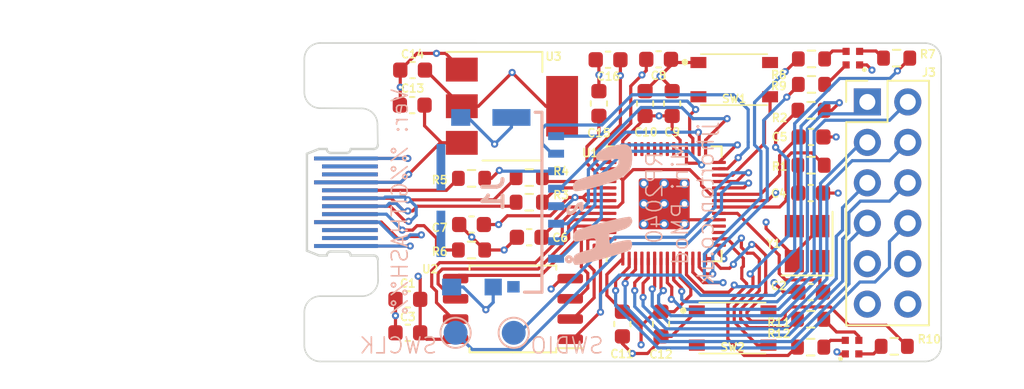
<source format=kicad_pcb>
(kicad_pcb (version 20211014) (generator pcbnew)
  (layers (0 "F.Cu" signal) (1 "In1.Cu" signal) (2 "In2.Cu" signal) (31 "B.Cu" signal) (34 "B.Paste" user) (35 "F.Paste" user) (36 "B.SilkS" user "B.Silkscreen") (37 "F.SilkS" user "F.Silkscreen") (38 "B.Mask" user) (39 "F.Mask" user) (44 "Edge.Cuts" user))
  (net 0 "")
  (net 1 "+3V3")
  (net 2 "GND")
  (net 3 "XIN")
  (net 4 "Net-(C4-Pad1)")
  (net 5 "+1V1")
  (net 6 "VBUS")
  (net 7 "Net-(D1-Pad2)")
  (net 8 "Net-(D2-Pad2)")
  (net 9 "GPIO_7")
  (net 10 "GPIO_6")
  (net 11 "GPIO_5")
  (net 12 "GPIO_4")
  (net 13 "GPIO_3")
  (net 14 "GPIO_2")
  (net 15 "GPIO_1")
  (net 16 "GPIO_0")
  (net 17 "Net-(J4-PadA5)")
  (net 18 "USB_DP")
  (net 19 "USB_DM")
  (net 21 "Net-(J4-PadB5)")
  (net 23 "SWCLK")
  (net 24 "SWDIO")
  (net 25 "XOUT")
  (net 26 "QSPI_SS")
  (net 27 "Net-(R2-Pad2)")
  (net 28 "Net-(R3-Pad2)")
  (net 29 "Net-(R4-Pad2)")
  (net 32 "Pico_Run")
  (net 33 "QSPI_SD1")
  (net 34 "QSPI_SD2")
  (net 35 "QSPI_SD0")
  (net 36 "QSPI_SCLK")
  (net 37 "QSPI_SD3")
  (net 44 "GPIO_21")
  (net 45 "GPIO_20")
  (net 46 "GPIO_19")
  (net 47 "GPIO_18")
  (net 48 "GPIO_17")
  (net 49 "GPIO_16")
  (net 52 "GPIO_13")
  (net 53 "GPIO_12")
  (net 54 "GPIO_11")
  (net 55 "GPIO_10")
  (net 56 "GPIO_9")
  (net 57 "GPIO_8")
  (net 58 "Net-(D1-Pad3)")
  (net 59 "Net-(D1-Pad4)")
  (net 60 "Net-(D2-Pad3)")
  (net 61 "Net-(D2-Pad4)")
  (footprint "Package_TO_SOT_SMD:SOT-223-3_TabPin2" (layer "F.Cu") (at 150.04 97.97)
    (fp_text reference "U3")
    (fp_text value "NCP1117-3.3_SOT223")
  )
  (footprint "jjh:PTS815SJK250SMTRLFS" (layer "F.Cu") (at 163.9 111.9)
    (fp_text reference "SW2")
    (fp_text value "PTS815 SJK 250 SMTR LFS" hide)
  )
  (footprint "RaspberryPi:RP2040-QFN-56" (layer "F.Cu") (at 159.6 104.1 90)
    (fp_text reference "U1")
    (fp_text value "RP2040")
  )
  (footprint "Capacitor_SMD:C_0603_1608Metric" (layer "F.Cu") (at 143.5 110.1 180)
    (fp_text reference "C1")
    (fp_text value "2u2")
  )
  (footprint "Capacitor_SMD:C_0603_1608Metric" (layer "F.Cu") (at 168.8 103.425)
    (fp_text reference "C4")
    (fp_text value "10p")
  )
  (footprint "Resistor_SMD:R_0603_1608Metric" (layer "F.Cu") (at 168.8 113.1)
    (fp_text reference "R12")
    (fp_text value "80")
  )
  (footprint "Capacitor_SMD:C_0603_1608Metric" (layer "F.Cu") (at 160.1 97.8 90)
    (fp_text reference "C9")
    (fp_text value "100n")
  )
  (footprint "jjh:SX-0402-RGB" (layer "F.Cu") (at 171.45 94.95 -90)
    (fp_text reference "D1" hide)
    (fp_text value "LED_ARGB")
  )
  (footprint "Capacitor_SMD:C_0603_1608Metric" (layer "F.Cu") (at 158.4 97.8 90)
    (fp_text reference "C10")
    (fp_text value "100n")
  )
  (footprint "jjh:PTS815SJK250SMTRLFS" (layer "F.Cu") (at 164 96.3)
    (fp_text reference "SW1")
    (fp_text value "PTS815 SJK 250 SMTR LFS" hide)
  )
  (footprint "Capacitor_SMD:C_0603_1608Metric" (layer "F.Cu") (at 156.075 95.05 180)
    (fp_text reference "C16")
    (fp_text value "1u")
  )
  (footprint "Capacitor_SMD:C_0603_1608Metric" (layer "F.Cu") (at 168.8 109.65 180)
    (fp_text reference "C2")
    (fp_text value "10p")
  )
  (footprint "Resistor_SMD:R_0603_1608Metric" (layer "F.Cu") (at 151.125 104)
    (fp_text reference "R3")
    (fp_text value "27")
  )
  (footprint "Resistor_SMD:R_0603_1608Metric" (layer "F.Cu") (at 174.05 113.05 180)
    (fp_text reference "R10")
    (fp_text value "160")
  )
  (footprint "Connector_PinHeader_2.54mm:PinHeader_2x06_P2.54mm_Vertical" (layer "F.Cu") (at 172.36 97.7)
    (fp_text reference "J3")
    (fp_text value "Conn_02x06_Odd_Even")
  )
  (footprint "Capacitor_SMD:C_0603_1608Metric" (layer "F.Cu") (at 143.8 95.7 180)
    (fp_text reference "C14")
    (fp_text value "10u")
  )
  (footprint "Resistor_SMD:R_0603_1608Metric" (layer "F.Cu") (at 168.85 95)
    (fp_text reference "R8")
    (fp_text value "80")
  )
  (footprint "MountingHole:MountingHole_2.2mm_M2" (layer "F.Cu") (at 139.5 96)
    (fp_text reference "REF**" hide)
    (fp_text value "MountingHole_2.2mm_M2" hide)
  )
  (footprint "Resistor_SMD:R_0603_1608Metric" (layer "F.Cu") (at 174.2 94.95 180)
    (fp_text reference "R7")
    (fp_text value "160")
  )
  (footprint "Capacitor_SMD:C_0603_1608Metric" (layer "F.Cu") (at 168.825 99.9)
    (fp_text reference "C5")
    (fp_text value "100n")
  )
  (footprint "jjh:SX-0402-RGB" (layer "F.Cu") (at 171.4 113.1 180)
    (fp_text reference "D2" hide)
    (fp_text value "LED_ARGB")
  )
  (footprint "Resistor_SMD:R_0603_1608Metric" (layer "F.Cu") (at 147.5 107)
    (fp_text reference "R6")
    (fp_text value "5.1k")
  )
  (footprint "Resistor_SMD:R_0603_1608Metric" (layer "F.Cu") (at 168.8 111.35)
    (fp_text reference "R11")
    (fp_text value "80")
  )
  (footprint "Crystal:Crystal_SMD_SeikoEpson_FA238-4Pin_3.2x2.5mm" (layer "F.Cu") (at 168.575 106.6 90)
    (fp_text reference "Y1")
    (fp_text value "12MHz")
  )
  (footprint "Capacitor_SMD:C_0603_1608Metric" (layer "F.Cu") (at 159.25 95.025)
    (fp_text reference "C8")
    (fp_text value "100n")
  )
  (footprint "Resistor_SMD:R_0603_1608Metric" (layer "F.Cu") (at 151.125 102.45)
    (fp_text reference "R4")
    (fp_text value "27")
  )
  (footprint "Capacitor_SMD:C_0603_1608Metric" (layer "F.Cu") (at 143.5 112.2 180)
    (fp_text reference "C3")
    (fp_text value "100n")
  )
  (footprint "Capacitor_SMD:C_0603_1608Metric" (layer "F.Cu") (at 151.125 106.2 180)
    (fp_text reference "C6")
    (fp_text value "100n")
  )
  (footprint "Capacitor_SMD:C_0603_1608Metric" (layer "F.Cu") (at 155.5 97.8 90)
    (fp_text reference "C15")
    (fp_text value "1u")
  )
  (footprint "Package_SO:SOIC-8_5.23x5.23mm_P1.27mm" (layer "F.Cu") (at 150.1 110.7 180)
    (fp_text reference "U2")
    (fp_text value "W25Q128JVS")
  )
  (footprint "Capacitor_SMD:C_0603_1608Metric" (layer "F.Cu") (at 143.775 97.9 180)
    (fp_text reference "C13")
    (fp_text value "10u")
  )
  (footprint "Resistor_SMD:R_0603_1608Metric" (layer "F.Cu") (at 168.85 96.6)
    (fp_text reference "R9")
    (fp_text value "80")
  )
  (footprint "Capacitor_SMD:C_0603_1608Metric" (layer "F.Cu") (at 147.5 105.4 180)
    (fp_text reference "C7")
    (fp_text value "100n")
  )
  (footprint "jjh:USB-C-PCB" (layer "F.Cu") (at 137.1625 104 90)
    (fp_text reference "J4" hide)
    (fp_text value "USB_C_Receptacle_USB2.0")
    (fp_line (start -3.045 0) (end 3.045 0) (layer "Edge.Cuts") (width 0.15))
    (fp_line (start 3.045 0) (end 3.345 0.75) (layer "Edge.Cuts") (width 0.15))
    (fp_line (start 3.095 1.5) (end 3.095 2.5) (layer "Edge.Cuts") (width 0.15))
    (fp_line (start -3.345 0.75) (end -3.345 1.25) (layer "Edge.Cuts") (width 0.15))
    (fp_line (start 3.345 2.75) (end 3.345 4.2) (layer "Edge.Cuts") (width 0.15))
    (fp_line (start -3.345 2.75) (end -3.345 4.2) (layer "Edge.Cuts") (width 0.15))
    (fp_line (start -3.045 0) (end -3.345 0.75) (layer "Edge.Cuts") (width 0.15))
    (fp_line (start 3.345 0.75) (end 3.345 1.25) (layer "Edge.Cuts") (width 0.15))
    (fp_line (start -3.095 1.5) (end -3.095 2.5) (layer "Edge.Cuts") (width 0.15))
    (fp_arc (start 3.345 2.75) (mid 3.168223 2.676777) (end 3.095 2.5) (layer "Edge.Cuts") (width 0.15))
    (fp_arc (start 3.095 1.5) (mid 3.168223 1.323223) (end 3.345 1.25) (layer "Edge.Cuts") (width 0.15))
    (fp_arc (start -3.095 2.5) (mid -3.168223 2.676777) (end -3.345 2.75) (layer "Edge.Cuts") (width 0.15))
    (fp_arc (start -3.345 1.25) (mid -3.168223 1.323223) (end -3.095 1.5) (layer "Edge.Cuts") (width 0.15))
    (fp_arc (start -3.345 4.2) (mid -3.418223 4.376777) (end -3.595 4.45) (layer "Edge.Cuts") (width 0.15))
    (fp_arc (start 3.595 4.45) (mid 3.418223 4.376777) (end 3.345 4.2) (layer "Edge.Cuts") (width 0.15))
  )
  (footprint "Resistor_SMD:R_0603_1608Metric" (layer "F.Cu") (at 147.5 102.5 180)
    (fp_text reference "R5")
    (fp_text value "5.1k")
  )
  (footprint "Capacitor_SMD:C_0603_1608Metric" (layer "F.Cu") (at 159.4 111.65 -90)
    (fp_text reference "C12")
    (fp_text value "100n")
  )
  (footprint "Resistor_SMD:R_0603_1608Metric" (layer "F.Cu") (at 168.825 101.675 180)
    (fp_text reference "R1")
    (fp_text value "1K")
  )
  (footprint "MountingHole:MountingHole_2.2mm_M2" (layer "F.Cu") (at 139.5 111.95)
    (fp_text reference "REF**" hide)
    (fp_text value "MountingHole_2.2mm_M2" hide)
  )
  (footprint "Capacitor_SMD:C_0603_1608Metric" (layer "F.Cu") (at 156.975 111.65 -90)
    (fp_text reference "C11")
    (fp_text value "100n")
  )
  (footprint "Resistor_SMD:R_0603_1608Metric" (layer "F.Cu") (at 168.825 98.225 180)
    (fp_text reference "R2")
    (fp_text value "1K")
  )
  (footprint "TestPoint:TestPoint_Pad_D1.5mm" (layer "B.Cu") (at 150.15 112.2 90)
    (fp_text reference "TP2" hide)
    (fp_text value "TestPoint")
  )
  (footprint "jjh:105162-0001" (layer "B.Cu") (at 145.471715 104 -90)
    (fp_text reference "J1")
    (fp_text value "Micro_SD_Card" hide)
  )
  (footprint "jjh:j2h_small" (layer "B.Cu") (at 155.9 104.15 -90)
    (fp_text reference "G***" hide)
    (fp_text value "LOGO" hide)
  )
  (footprint "TestPoint:TestPoint_Pad_D1.5mm" (layer "B.Cu") (at 146.5 112.2 90)
    (fp_text reference "TP1" hide)
    (fp_text value "TestPoint")
  )
  (gr_line (start 175.992893 94.007107) (end 138 94) (layer "Edge.Cuts") (width 0.1))
  (gr_arc (start 140.592893 98.107109) (mid 141.300004 98.4) (end 141.592893 99.107109) (layer "Edge.Cuts") (width 0.1))
  (gr_line (start 141.6125 100.405) (end 141.592893 99.107109) (layer "Edge.Cuts") (width 0.1))
  (gr_line (start 141.632107 108.9) (end 141.6125 107.595) (layer "Edge.Cuts") (width 0.1))
  (gr_line (start 176.999999 112.999999) (end 176.992893 95.007107) (layer "Edge.Cuts") (width 0.1))
  (gr_line (start 138 109.9) (end 140.632107 109.9) (layer "Edge.Cuts") (width 0.1))
  (gr_arc (start 138 114) (mid 137.292893 113.707107) (end 137 113) (layer "Edge.Cuts") (width 0.1))
  (gr_line (start 137 95) (end 137 97.092893) (layer "Edge.Cuts") (width 0.1))
  (gr_arc (start 141.632107 108.9) (mid 141.339217 109.60711) (end 140.632107 109.9) (layer "Edge.Cuts") (width 0.1))
  (gr_arc (start 137 110.9) (mid 137.292893 110.192893) (end 138 109.9) (layer "Edge.Cuts") (width 0.1))
  (gr_line (start 137 113) (end 137 110.9) (layer "Edge.Cuts") (width 0.1))
  (gr_arc (start 138 98.092893) (mid 137.292893 97.8) (end 137 97.092893) (layer "Edge.Cuts") (width 0.1))
  (gr_arc (start 175.992893 94.007107) (mid 176.7 94.3) (end 176.992893 95.007107) (layer "Edge.Cuts") (width 0.1))
  (gr_line (start 140.592893 98.107109) (end 138 98.092893) (layer "Edge.Cuts") (width 0.1))
  (gr_arc (start 176.999999 112.999999) (mid 176.707106 113.707106) (end 175.999999 113.999999) (layer "Edge.Cuts") (width 0.1))
  (gr_arc (start 137 95) (mid 137.292893 94.292893) (end 138 94) (layer "Edge.Cuts") (width 0.1))
  (gr_line (start 138 114) (end 175.999999 113.999999) (layer "Edge.Cuts") (width 0.1))
  (gr_text "Ver: %%GITHASH%%" (at 143 104 90) (layer "B.SilkS") (effects (font (size 1 1) (thickness 0.1)) (justify mirror)))
  (gr_text "RP2040 \nMini PMod\njjhorton.co.uk" (at 160.6 104.1 90) (layer "B.SilkS") (effects (font (size 1 1) (thickness 0.1)) (justify mirror)))
  (gr_text "SWDIO" (at 153.5 113) (layer "B.SilkS") (effects (font (size 1 1) (thickness 0.1)) (justify mirror)))
  (gr_text "SWCLK" (at 142.9 113) (layer "B.SilkS") (effects (font (size 1 1) (thickness 0.1)) (justify mirror)))
  (segment (start 155.034315 103.9) (end 156.1625 103.9) (width 0.2) (layer "F.Cu") (net 1))
  (segment (start 156.85 99.15) (end 155.25 100.75) (width 0.2) (layer "F.Cu") (net 1))
  (segment (start 166.1 103.9) (end 166.6 103.4) (width 0.2) (layer "F.Cu") (net 1))
  (segment (start 147.93 97.97) (end 146.89 97.97) (width 0.2) (layer "F.Cu") (net 1))
  (segment (start 146.5 112.605) (end 144.68 112.605) (width 0.2) (layer "F.Cu") (net 1))
  (segment (start 144.62 95.7) (end 146.89 97.97) (width 0.2) (layer "F.Cu") (net 1))
  (segment (start 156.9875 110.8875) (end 157.2625 110.8875) (width 0.2) (layer "F.Cu") (net 1))
  (segment (start 156 108.5375) (end 156 109.85) (width 0.2) (layer "F.Cu") (net 1))
  (segment (start 153.19 97.97) (end 152.17 97.97) (width 0.2) (layer "F.Cu") (net 1))
  (segment (start 144.275 108.775) (end 144.15 108.65) (width 0.2) (layer "F.Cu") (net 1))
  (segment (start 161.271231 109.397395) (end 160.6 108.726165) (width 0.2) (layer "F.Cu") (net 1))
  (segment (start 156.1625 100.3875) (end 156.1625 101.5) (width 0.2) (layer "F.Cu") (net 1))
  (segment (start 158.15 111.775) (end 158.15 112.95) (width 0.2) (layer "F.Cu") (net 1))
  (segment (start 150.05 95.85) (end 147.93 97.97) (width 0.2) (layer "F.Cu") (net 1))
  (segment (start 158.475 95.732538) (end 158.203769 96.003769) (width 0.2) (layer "F.Cu") (net 1))
  (segment (start 161.271231 109.828769) (end 161.271231 109.397395) (width 0.2) (layer "F.Cu") (net 1))
  (segment (start 154 103.7) (end 154.5 103.7) (width 0.2) (layer "F.Cu") (net 1))
  (segment (start 155.034315 103.9) (end 154.7 103.9) (width 0.2) (layer "F.Cu") (net 1))
  (segment (start 144.275 112.2) (end 144.275 110.1) (width 0.2) (layer "F.Cu") (net 1))
  (segment (start 157.2625 110.8875) (end 158.15 111.775) (width 0.2) (layer "F.Cu") (net 1))
  (segment (start 156.975 110.875) (end 156.9875 110.8875) (width 0.2) (layer "F.Cu") (net 1))
  (segment (start 157 107.5375) (end 156 108.5375) (width 0.2) (layer "F.Cu") (net 1))
  (segment (start 148.275 105.4) (end 149.2 105.4) (width 0.2) (layer "F.Cu") (net 1))
  (segment (start 160.225 110.875) (end 161.271231 109.828769) (width 0.2) (layer "F.Cu") (net 1))
  (segment (start 144.275 110.1) (end 144.275 108.775) (width 0.2) (layer "F.Cu") (net 1))
  (segment (start 154.7 103.5) (end 156.1625 103.5) (width 0.2) (layer "F.Cu") (net 1))
  (segment (start 160.6 100.1) (end 160.6 100.6625) (width 0.2) (layer "F.Cu") (net 1))
  (segment (start 163.0375 103.9) (end 166.1 103.9) (width 0.2) (layer "F.Cu") (net 1))
  (segment (start 159.4 110.525) (end 158.9625 110.9625) (width 0.2) (layer "F.Cu") (net 1))
  (segment (start 159.4 110.525) (end 159.6 110.725) (width 0.2) (layer "F.Cu") (net 1))
  (segment (start 157.5 99.05) (end 156.1625 100.3875) (width 0.2) (layer "F.Cu") (net 1))
  (segment (start 154.7 103.9) (end 154.5 103.7) (width 0.2) (layer "F.Cu") (net 1))
  (segment (start 157 100.130025) (end 157 100.6625) (width 0.2) (layer "F.Cu") (net 1))
  (segment (start 158.4 98.730025) (end 157 100.130025) (width 0.2) (layer "F.Cu") (net 1))
  (segment (start 159.4 110.875) (end 159.05 110.875) (width 0.2) (layer "F.Cu") (net 1))
  (segment (start 156.85 96.05) (end 156.85 99.15) (width 0.2) (layer "F.Cu") (net 1))
  (segment (start 160.1 98.575) (end 160.1 99.6) (width 0.2) (layer "F.Cu") (net 1))
  (segment (start 159.4 110.875) (end 160.225 110.875) (width 0.2) (layer "F.Cu") (net 1))
  (segment (start 160.6 108.726165) (end 160.6 107.5375) (width 0.2) (layer "F.Cu") (net 1))
  (segment (start 158.4 98.575) (end 158.4 98.730025) (width 0.2) (layer "F.Cu") (net 1))
  (segment (start 158.9625 110.9625) (end 158.15 111.775) (width 0.2) (layer "F.Cu") (net 1))
  (segment (start 160.1 98.575) (end 159.275 98.575) (width 0.2) (layer "F.Cu") (net 1))
  (segment (start 152.45 104.85) (end 153.6 103.7) (width 0.2) (layer "F.Cu") (net 1))
  (segment (start 149.2 105.4) (end 149.75 104.85) (width 0.2) (layer "F.Cu") (net 1))
  (segment (start 159.05 110.875) (end 158.9625 110.9625) (width 0.2) (layer "F.Cu") (net 1))
  (segment (start 155.65 101.9) (end 156.1625 101.9) (width 0.2) (layer "F.Cu") (net 1))
  (segment (start 156.975 110.825) (end 156.975 110.875) (width 0.2) (layer "F.Cu") (net 1))
  (segment (start 144.575 95.7) (end 144.62 95.7) (width 0.2) (layer "F.Cu") (net 1))
  (segment (start 156 109.85) (end 156.975 110.825) (width 0.2) (layer "F.Cu") (net 1))
  (segment (start 159.275 98.575) (end 158.4 98.575) (width 0.2) (layer "F.Cu") (net 1))
  (segment (start 149.75 104.85) (end 152.45 104.85) (width 0.2) (layer "F.Cu") (net 1))
  (segment (start 155.25 100.75) (end 155.25 101.5) (width 0.2) (layer "F.Cu") (net 1))
  (segment (start 156.85 95.05) (end 156.85 96.05) (width 0.2) (layer "F.Cu") (net 1))
  (segment (start 157.5 96.707538) (end 157.5 99.05) (width 0.2) (layer "F.Cu") (net 1))
  (segment (start 155.25 101.5) (end 155.65 101.9) (width 0.2) (layer "F.Cu") (net 1))
  (segment (start 153.6 103.7) (end 154 103.7) (width 0.2) (layer "F.Cu") (net 1))
  (segment (start 154.5 103.7) (end 154.7 103.5) (width 0.2) (layer "F.Cu") (net 1))
  (segment (start 152.17 97.97) (end 150.05 95.85) (width 0.2) (layer "F.Cu") (net 1))
  (segment (start 144.68 112.605) (end 144.275 112.2) (width 0.2) (layer "F.Cu") (net 1))
  (segment (start 158.475 95.025) (end 158.475 95.732538) (width 0.2) (layer "F.Cu") (net 1))
  (segment (start 160.1 99.6) (end 160.6 100.1) (width 0.2) (layer "F.Cu") (net 1))
  (segment (start 158.203769 96.003769) (end 157.5 96.707538) (width 0.2) (layer "F.Cu") (net 1))
  (via (at 154 103.7) (size 0.45) (drill 0.2) (layers "F.Cu" "B.Cu") (net 1))
  (via (at 144.15 108.65) (size 0.45) (drill 0.2) (layers "F.Cu" "B.Cu") (net 1))
  (via (at 149.2 105.4) (size 0.45) (drill 0.2) (layers "F.Cu" "B.Cu") (net 1))
  (via (at 156.85 96.05) (size 0.45) (drill 0.2) (layers "F.Cu" "B.Cu") (net 1))
  (via (at 158.203769 96.003769) (size 0.45) (drill 0.2) (layers "F.Cu" "B.Cu") (net 1))
  (via (at 159.275 98.575) (size 0.45) (drill 0.2) (layers "F.Cu" "B.Cu") (net 1))
  (via (at 166.6 103.4) (size 0.45) (drill 0.2) (layers "F.Cu" "B.Cu") (net 1))
  (via (at 158.15 112.95) (size 0.45) (drill 0.2) (layers "F.Cu" "B.Cu") (net 1))
  (via (at 150.05 95.85) (size 0.45) (drill 0.2) (layers "F.Cu" "B.Cu") (net 1))
  (segment (start 152.811715 104.25) (end 153.45 104.25) (width 0.2) (layer "B.Cu") (net 1))
  (segment (start 153.45 104.25) (end 154 103.7) (width 0.2) (layer "B.Cu") (net 1))
  (segment (start 149.55 107) (end 150.35 106.2) (width 0.2) (layer "F.Cu") (net 2))
  (segment (start 163.0375 105.1) (end 161.15 105.1) (width 0.2) (layer "F.Cu") (net 2))
  (segment (start 159.4 112.425) (end 160.05 112.425) (width 0.2) (layer "F.Cu") (net 2))
  (segment (start 139.6125 106.75) (end 143.65 106.75) (width 0.2) (layer "F.Cu") (net 2))
  (segment (start 158.55 113.5) (end 157.6 113.5) (width 0.2) (layer "F.Cu") (net 2))
  (segment (start 169.375 105.5) (end 169.375 103.625) (width 0.2) (layer "F.Cu") (net 2))
  (segment (start 167.775 107.225) (end 169.375 105.625) (width 0.2) (layer "F.Cu") (net 2))
  (segment (start 143.025 96.775) (end 143.025 97.875) (width 0.2) (layer "F.Cu") (net 2))
  (segment (start 143.025 95.7) (end 143.025 96.775) (width 0.2) (layer "F.Cu") (net 2))
  (segment (start 159.4 112.65) (end 158.55 113.5) (width 0.2) (layer "F.Cu") (net 2))
  (segment (start 156.975 112.875) (end 156.975 112.1) (width 0.2) (layer "F.Cu") (net 2))
  (segment (start 153.7 108.795) (end 153.155 108.795) (width 0.2) (layer "F.Cu") (net 2))
  (segment (start 171.875 95.375) (end 172.325 95.375) (width 0.2) (layer "F.Cu") (net 2))
  (segment (start 156.975 112.425) (end 156.975 112.875) (width 0.2) (layer "F.Cu") (net 2))
  (segment (start 146.725 105.4) (end 147.5125 106.1875) (width 0.2) (layer "F.Cu") (net 2))
  (segment (start 161.75 95.225) (end 160.225 95.225) (width 0.2) (layer "F.Cu") (net 2))
  (segment (start 170.575 113.525) (end 170.45 113.4) (width 0.2) (layer "F.Cu") (net 2))
  (segment (start 155.5 96) (end 155.5 95.25) (width 0.2) (layer "F.Cu") (net 2))
  (segment (start 153.155 108.795) (end 152.5 109.45) (width 0.2) (layer "F.Cu") (net 2))
  (segment (start 159.3375 96.0875) (end 160.025 95.4) (width 0.2) (layer "F.Cu") (net 2))
  (segment (start 158.4 97.025) (end 159.3375 96.0875) (width 0.2) (layer "F.Cu") (net 2))
  (segment (start 160.1 96.85) (end 159.3375 96.0875) (width 0.2) (layer "F.Cu") (net 2))
  (segment (start 142.725 110.1) (end 142.725 111.125) (width 0.2) (layer "F.Cu") (net 2))
  (segment (start 161.15 105.1) (end 160.875 105.375) (width 0.2) (layer "F.Cu") (net 2))
  (segment (start 145.87 94.65) (end 146.89 95.67) (width 0.2) (layer "F.Cu") (net 2))
  (segment (start 170.975 113.525) (end 170.575 113.525) (width 0.2) (layer "F.Cu") (net 2))
  (segment (start 155.5 95.25) (end 155.3 95.05) (width 0.2) (layer "F.Cu") (net 2))
  (segment (start 161.7 110.775) (end 160.4 112.075) (width 0.2) (layer "F.Cu") (net 2))
  (segment (start 155.5 97.025) (end 155.5 96) (width 0.2) (layer "F.Cu") (net 2))
  (segment (start 144.075 94.65) (end 145.3 94.65) (width 0.2) (layer "F.Cu") (net 2))
  (segment (start 167.775 107.7) (end 167.775 107.225) (width 0.2) (layer "F.Cu") (net 2))
  (segment (start 172.325 95.375) (end 172.65 95.7) (width 0.2) (layer "F.Cu") (net 2))
  (segment (start 145.3 94.65) (end 145.87 94.65) (width 0.2) (layer "F.Cu") (net 2))
  (segment (start 169.375 105.625) (end 169.375 105.5) (width 0.2) (layer "F.Cu") (net 2))
  (segment (start 142.725 111.125) (end 142.725 112.2) (width 0.2) (layer "F.Cu") (net 2))
  (segment (start 169.375 103.625) (end 169.575 103.425) (width 0.2) (layer "F.Cu") (net 2))
  (segment (start 166 105.65) (end 166 105.25) (width 0.2) (layer "F.Cu") (net 2))
  (segment (start 148.325 102.5) (end 148.75 102.5) (width 0.2) (layer "F.Cu") (net 2))
  (segment (start 159.4 112.425) (end 159.4 112.65) (width 0.2) (layer "F.Cu") (net 2))
  (segment (start 139.6125 101.25) (end 143.5 101.25) (width 0.2) (layer "F.Cu") (net 2))
  (segment (start 148.325 107) (end 149.55 107) (width 0.2) (layer "F.Cu") (net 2))
  (segment (start 147.5125 106.1875) (end 148.325 107) (width 0.2) (layer "F.Cu") (net 2))
  (segment (start 160.1 97.025) (end 160.1 96.85) (width 0.2) (layer "F.Cu") (net 2))
  (segment (start 143.025 95.7) (end 144.075 94.65) (width 0.2) (layer "F.Cu") (net 2))
  (segment (start 160.225 95.225) (end 160.025 95.025) (width 0.2) (layer "F.Cu") (net 2))
  (segment (start 169.6 99.9) (end 170.4 99.9) (width 0.2) (layer "F.Cu") (net 2))
  (segment (start 169.575 103.425) (end 170.525 103.425) (width 0.2) (layer "F.Cu") (net 2))
  (segment (start 160.05 112.425) (end 160.4 112.075) (width 0.2) (layer "F.Cu") (net 2))
  (segment (start 167.775 107.7) (end 167.775 107.425) (width 0.2) (layer "F.Cu") (net 2))
  (segment (start 157.6 113.5) (end 156.975 112.875) (width 0.2) (layer "F.Cu") (net 2))
  (segment (start 167.1 109.65) (end 166.6 109.15) (width 0.2) (layer "F.Cu") (net 2))
  (segment (start 168.025 109.65) (end 167.1 109.65) (width 0.2) (layer "F.Cu") (net 2))
  (segment (start 160.025 95.4) (end 160.025 95.025) (width 0.2) (layer "F.Cu") (net 2))
  (segment (start 143.025 97.875) (end 143 97.9) (width 0.2) (layer "F.Cu") (net 2))
  (segment (start 167.775 107.425) (end 166 105.65) (width 0.2) (layer "F.Cu") (net 2))
  (segment (start 148.75 102.5) (end 149.25 102) (width 0.2) (layer "F.Cu") (net 2))
  (via (at 143.65 106.75) (size 0.45) (drill 0.2) (layers "F.Cu" "B.Cu") (net 2))
  (via (at 148.95 100.35) (size 0.45) (drill 0.2) (layers "F.Cu" "B.Cu") (net 2))
  (via (at 159.3375 96.0875) (size 0.45) (drill 0.2) (layers "F.Cu" "B.Cu") (net 2))
  (via (at 170.4 99.9) (size 0.45) (drill 0.2) (layers "F.Cu" "B.Cu") (net 2))
  (via (at 147.5125 106.1875) (size 0.45) (drill 0.2) (layers "F.Cu" "B.Cu") (net 2))
  (via (at 172.65 95.7) (size 0.45) (drill 0.2) (layers "F.Cu" "B.Cu") (net 2))
  (via (at 152.5 109.45) (size 0.45) (drill 0.2) (layers "F.Cu" "B.Cu") (net 2))
  (via (at 143.025 96.775) (size 0.45) (drill 0.2) (layers "F.Cu" "B.Cu") (net 2))
  (via (at 143.5 101.25) (size 0.45) (drill 0.2) (layers "F.Cu" "B.Cu") (net 2))
  (via (at 148.4 110.75) (size 0.45) (drill 0.2) (layers "F.Cu" "B.Cu") (net 2))
  (via (at 145.3 94.65) (size 0.45) (drill 0.2) (layers "F.Cu" "B.Cu") (net 2))
  (via (at 166.5 109.05) (size 0.45) (drill 0.2) (layers "F.Cu" "B.Cu") (net 2))
  (via (at 157.6 113.5) (size 0.45) (drill 0.2) (layers "F.Cu" "B.Cu") (net 2))
  (via (at 149.55 107) (size 0.45) (drill 0.2) (layers "F.Cu" "B.Cu") (net 2))
  (via (at 149.25 102) (size 0.45) (drill 0.2) (layers "F.Cu" "B.Cu") (net 2))
  (via (at 170.45 113.4) (size 0.45) (drill 0.2) (layers "F.Cu" "B.Cu") (net 2))
  (via (at 170.525 103.425) (size 0.45) (drill 0.2) (layers "F.Cu" "B.Cu") (net 2))
  (via (at 155.5 96) (size 0.45) (drill 0.2) (layers "F.Cu" "B.Cu") (net 2))
  (via (at 166 105.25) (size 0.45) (drill 0.2) (layers "F.Cu" "B.Cu") (net 2))
  (via (at 142.725 111.125) (size 0.45) (drill 0.2) (layers "F.Cu" "B.Cu") (net 2))
  (segment (start 149.3 102.05) (end 149.25 102) (width 0.2) (layer "B.Cu") (net 2))
  (segment (start 143.5 101.25) (end 139.6125 101.25) (width 0.2) (layer "B.Cu") (net 2))
  (segment (start 147.275 98.675) (end 148.95 100.35) (width 0.2) (layer "B.Cu") (net 2))
  (segment (start 150.006715 99.293285) (end 150.006715 98.675) (width 0.2) (layer "B.Cu") (net 2))
  (segment (start 146.821715 98.675) (end 147.275 98.675) (width 0.2) (layer "B.Cu") (net 2))
  (segment (start 139.6125 106.75) (end 143.65 106.75) (width 0.2) (layer "B.Cu") (net 2))
  (segment (start 146.975 109.325) (end 148.4 110.75) (width 0.2) (layer "B.Cu") (net 2))
  (segment (start 146.251715 109.325) (end 146.975 109.325) (width 0.2) (layer "B.Cu") (net 2))
  (segment (start 152.811715 102.05) (end 149.3 102.05) (width 0.2) (layer "B.Cu") (net 2))
  (segment (start 148.4 110.75) (end 148.861715 110.288285) (width 0.2) (layer "B.Cu") (net 2))
  (segment (start 148.861715 110.288285) (end 148.861715 109.325) (width 0.2) (layer "B.Cu") (net 2))
  (segment (start 148.95 100.35) (end 150.006715 99.293285) (width 0.2) (layer "B.Cu") (net 2))
  (segment (start 166.825 108.475) (end 166.825 107.325) (width 0.2) (layer "F.Cu") (net 3))
  (segment (start 164.2 104.7) (end 163.0375 104.7) (width 0.2) (layer "F.Cu") (net 3))
  (segment (start 166.825 107.325) (end 164.2 104.7) (width 0.2) (layer "F.Cu") (net 3))
  (segment (start 169.375 108.925) (end 169.325 108.875) (width 0.2) (layer "F.Cu") (net 3))
  (segment (start 169.325 108.875) (end 167.225 108.875) (width 0.2) (layer "F.Cu") (net 3))
  (segment (start 169.375 109.45) (end 169.575 109.65) (width 0.2) (layer "F.Cu") (net 3))
  (segment (start 167.225 108.875) (end 166.825 108.475) (width 0.2) (layer "F.Cu") (net 3))
  (segment (start 169.375 107.7) (end 169.375 108.925) (width 0.2) (layer "F.Cu") (net 3))
  (segment (start 169.375 108.925) (end 169.375 109.45) (width 0.2) (layer "F.Cu") (net 3))
  (segment (start 167.775 103.675) (end 168.025 103.425) (width 0.2) (layer "F.Cu") (net 4))
  (segment (start 167.775 105.5) (end 167.775 103.675) (width 0.2) (layer "F.Cu") (net 4))
  (segment (start 168.025 101.7) (end 168 101.675) (width 0.2) (layer "F.Cu") (net 4))
  (segment (start 168.025 103.425) (end 168.025 101.7) (width 0.2) (layer "F.Cu") (net 4))
  (segment (start 151.9 106.2) (end 152.8 105.3) (width 0.2) (layer "F.Cu") (net 5))
  (segment (start 161.2 101.95) (end 161.95 102.7) (width 0.2) (layer "F.Cu") (net 5))
  (segment (start 161.95 102.7) (end 161.95 102.944975) (width 0.2) (layer "F.Cu") (net 5))
  (segment (start 168.027208 99.9) (end 168.05 99.9) (width 0.2) (layer "F.Cu") (net 5))
  (segment (start 163.0375 103.5) (end 165.65 103.5) (width 0.2) (layer "F.Cu") (net 5))
  (segment (start 156.1625 102.3) (end 156.694975 102.3) (width 0.2) (layer "F.Cu") (net 5))
  (segment (start 156.694975 104.3) (end 156.1625 104.3) (width 0.2) (layer "F.Cu") (net 5))
  (segment (start 156.694975 102.3) (end 157 102.605025) (width 0.2) (layer "F.Cu") (net 5))
  (segment (start 157 102.605025) (end 157 104) (width 0.2) (layer "F.Cu") (net 5))
  (segment (start 153.565686 104.3) (end 152.8 105.065686) (width 0.2) (layer "F.Cu") (net 5))
  (segment (start 155.484314 102.3) (end 154.75 101.565686) (width 0.2) (layer "F.Cu") (net 5))
  (segment (start 156.1625 102.3) (end 155.484314 102.3) (width 0.2) (layer "F.Cu") (net 5))
  (segment (start 157 104) (end 156.994975 104) (width 0.2) (layer "F.Cu") (net 5))
  (segment (start 161.2 101.95) (end 157.655025 101.95) (width 0.2) (layer "F.Cu") (net 5))
  (segment (start 156.1625 104.3) (end 153.565686 104.3) (width 0.2) (layer "F.Cu") (net 5))
  (segment (start 154.75 101.565686) (end 154.75 100.5) (width 0.2) (layer "F.Cu") (net 5))
  (segment (start 166.85 102.3) (end 166.85 101.077208) (width 0.2) (layer "F.Cu") (net 5))
  (segment (start 156.994975 104) (end 156.694975 104.3) (width 0.2) (layer "F.Cu") (net 5))
  (segment (start 162.505025 103.5) (end 161.95 102.944975) (width 0.2) (layer "F.Cu") (net 5))
  (segment (start 152.8 105.3) (end 152.8 105.065686) (width 0.2) (layer "F.Cu") (net 5))
  (segment (start 166.85 101.077208) (end 168.027208 99.9) (width 0.2) (layer "F.Cu") (net 5))
  (segment (start 155.5 99.75) (end 155.5 98.575) (width 0.2) (layer "F.Cu") (net 5))
  (segment (start 154.75 100.5) (end 155.5 99.75) (width 0.2) (layer "F.Cu") (net 5))
  (segment (start 163.0375 103.5) (end 162.505025 103.5) (width 0.2) (layer "F.Cu") (net 5))
  (segment (start 165.65 103.5) (end 166.85 102.3) (width 0.2) (layer "F.Cu") (net 5))
  (segment (start 157.655025 101.95) (end 157 102.605025) (width 0.2) (layer "F.Cu") (net 5))
  (segment (start 139.6125 102.75) (end 143.05 102.75) (width 0.2) (layer "F.Cu") (net 6))
  (segment (start 143.492463 106.15) (end 144.25 106.15) (width 0.2) (layer "F.Cu") (net 6))
  (segment (start 143.55 102.25) (end 145.53 100.27) (width 0.2) (layer "F.Cu") (net 6))
  (segment (start 143.342463 106.3) (end 143.492463 106.15) (width 0.2) (layer "F.Cu") (net 6))
  (segment (start 142.8875 106.3) (end 143.342463 106.3) (width 0.2) (layer "F.Cu") (net 6))
  (segment (start 146.89 100.27) (end 145.62 100.27) (width 0.2) (layer "F.Cu") (net 6))
  (segment (start 139.6125 105.25) (end 141.8375 105.25) (width 0.2) (layer "F.Cu") (net 6))
  (segment (start 145.62 100.27) (end 144.55 99.2) (width 0.2) (layer "F.Cu") (net 6))
  (segment (start 144.55 99.2) (end 144.55 97.9) (width 0.2) (layer "F.Cu") (net 6))
  (segment (start 145.53 100.27) (end 146.89 100.27) (width 0.2) (layer "F.Cu") (net 6))
  (segment (start 144.25 106.15) (end 144.35 106.05) (width 0.2) (layer "F.Cu") (net 6))
  (segment (start 143.05 102.75) (end 143.55 102.25) (width 0.2) (layer "F.Cu") (net 6))
  (segment (start 141.8375 105.25) (end 142.8875 106.3) (width 0.2) (layer "F.Cu") (net 6))
  (via (at 143.55 102.25) (size 0.45) (drill 0.2) (layers "F.Cu" "B.Cu") (net 6))
  (via (at 144.35 106.05) (size 0.45) (drill 0.2) (layers "F.Cu" "B.Cu") (net 6))
  (segment (start 143.65 106.05) (end 144.35 106.05) (width 0.2) (layer "B.Cu") (net 6))
  (segment (start 141.7 105.25) (end 142.725 106.275) (width 0.2) (layer "B.Cu") (net 6))
  (segment (start 139.6125 105.25) (end 141.7 105.25) (width 0.2) (layer "B.Cu") (net 6))
  (segment (start 139.6125 102.75) (end 143.05 102.75) (width 0.2) (layer "B.Cu") (net 6))
  (segment (start 143.425 106.275) (end 143.65 106.05) (width 0.2) (layer "B.Cu") (net 6))
  (segment (start 143.05 102.75) (end 143.55 102.25) (width 0.2) (layer "B.Cu") (net 6))
  (segment (start 142.725 106.275) (end 143.425 106.275) (width 0.2) (layer "B.Cu") (net 6))
  (segment (start 169.675 96.6) (end 169.8 96.6) (width 0.2) (layer "F.Cu") (net 7))
  (segment (start 169.8 96.6) (end 171.025 95.375) (width 0.2) (layer "F.Cu") (net 7))
  (segment (start 170.975 112.675) (end 170.05 112.675) (width 0.2) (layer "F.Cu") (net 8))
  (segment (start 170.05 112.675) (end 169.625 113.1) (width 0.2) (layer "F.Cu") (net 8))
  (segment (start 160.7 109.6) (end 160.7 109.39185) (width 0.2) (layer "F.Cu") (net 9))
  (segment (start 160.2 108.7) (end 160.2 108.791851) (width 0.2) (layer "F.Cu") (net 9))
  (segment (start 160.2 108.891851) (end 160.329075 109.020925) (width 0.2) (layer "F.Cu") (net 9))
  (segment (start 160.7 109.39185) (end 160.329075 109.020925) (width 0.2) (layer "F.Cu") (net 9))
  (segment (start 160.2 107.5375) (end 160.2 108.7) (width 0.2) (layer "F.Cu") (net 9))
  (segment (start 160.329075 109.020925) (end 160.254075 108.945925) (width 0.2) (layer "F.Cu") (net 9))
  (segment (start 160.2 108.7) (end 160.2 108.891851) (width 0.2) (layer "F.Cu") (net 9))
  (via (at 160.7 109.6) (size 0.45) (drill 0.2) (layers "F.Cu" "B.Cu") (net 9))
  (segment (start 166.690198 110.25) (end 168.595099 108.345099) (width 0.2) (layer "B.Cu") (net 9))
  (segment (start 169.534314 98.45) (end 171.61 98.45) (width 0.2) (layer "B.Cu") (net 9))
  (segment (start 160.7 110.1) (end 160.85 110.25) (width 0.2) (layer "B.Cu") (net 9))
  (segment (start 168.595099 99.389215) (end 169.534314 98.45) (width 0.2) (layer "B.Cu") (net 9))
  (segment (start 160.85 110.25) (end 166.690198 110.25) (width 0.2) (layer "B.Cu") (net 9))
  (segment (start 171.61 98.45) (end 172.36 97.7) (width 0.2) (layer "B.Cu") (net 9))
  (segment (start 168.595099 108.345099) (end 168.595099 99.389215) (width 0.2) (layer "B.Cu") (net 9))
  (segment (start 160.7 109.6) (end 160.7 110.1) (width 0.2) (layer "B.Cu") (net 9))
  (segment (start 160.075 109.875) (end 160.05 109.9) (width 0.2) (layer "F.Cu") (net 10))
  (segment (start 159.8 109.057537) (end 160.075 109.332536) (width 0.2) (layer "F.Cu") (net 10))
  (segment (start 160.05 109.9) (end 160.05 110.1) (width 0.2) (layer "F.Cu") (net 10))
  (segment (start 160.075 109.332536) (end 160.075 109.875) (width 0.2) (layer "F.Cu") (net 10))
  (segment (start 159.8 107.5375) (end 159.8 109.057537) (width 0.2) (layer "F.Cu") (net 10))
  (via (at 160.05 110.1) (size 0.45) (drill 0.2) (layers "F.Cu" "B.Cu") (net 10))
  (segment (start 173.75 98.85) (end 174.9 97.7) (width 0.2) (layer "B.Cu") (net 10))
  (segment (start 160.759314 110.725) (end 166.780884 110.725) (width 0.2) (layer "B.Cu") (net 10))
  (segment (start 169.018628 99.531372) (end 169.7 98.85) (width 0.2) (layer "B.Cu") (net 10))
  (segment (start 169.7 98.85) (end 173.75 98.85) (width 0.2) (layer "B.Cu") (net 10))
  (segment (start 160.05 110.1) (end 160.134314 110.1) (width 0.2) (layer "B.Cu") (net 10))
  (segment (start 166.780884 110.725) (end 169.018628 108.487256) (width 0.2) (layer "B.Cu") (net 10))
  (segment (start 169.018628 108.487256) (end 169.018628 99.531372) (width 0.2) (layer "B.Cu") (net 10))
  (segment (start 160.134314 110.1) (end 160.759314 110.725) (width 0.2) (layer "B.Cu") (net 10))
  (segment (start 159.55 109.55) (end 159.4 109.4) (width 0.2) (layer "F.Cu") (net 11))
  (segment (start 159.4 107.5375) (end 159.4 109.4) (width 0.2) (layer "F.Cu") (net 11))
  (via (at 159.55 109.55) (size 0.45) (drill 0.2) (layers "F.Cu" "B.Cu") (net 11))
  (segment (start 171.994314 100.24) (end 172.36 100.24) (width 0.2) (layer "B.Cu") (net 11))
  (segment (start 159.55 109.55) (end 159.25 109.85) (width 0.2) (layer "B.Cu") (net 11))
  (segment (start 166.94657 111.125) (end 169.418628 108.652942) (width 0.2) (layer "B.Cu") (net 11))
  (segment (start 169.418628 102.815686) (end 171.994314 100.24) (width 0.2) (layer "B.Cu") (net 11))
  (segment (start 160.016852 111.125) (end 166.94657 111.125) (width 0.2) (layer "B.Cu") (net 11))
  (segment (start 159.25 109.85) (end 159.25 110.358149) (width 0.2) (layer "B.Cu") (net 11))
  (segment (start 169.418628 108.652942) (end 169.418628 102.815686) (width 0.2) (layer "B.Cu") (net 11))
  (segment (start 159.25 110.358149) (end 160.016852 111.125) (width 0.2) (layer "B.Cu") (net 11))
  (segment (start 159 107.5375) (end 159 109.3) (width 0.2) (layer "F.Cu") (net 12))
  (segment (start 159 109.3) (end 158.85 109.45) (width 0.2) (layer "F.Cu") (net 12))
  (via (at 158.85 109.45) (size 0.45) (drill 0.2) (layers "F.Cu" "B.Cu") (net 12))
  (segment (start 158.85 109.45) (end 158.85 110.523833) (width 0.2) (layer "B.Cu") (net 12))
  (segment (start 171.41 101.39) (end 173.75 101.39) (width 0.2) (layer "B.Cu") (net 12))
  (segment (start 167.087256 111.55) (end 169.818628 108.818628) (width 0.2) (layer "B.Cu") (net 12))
  (segment (start 159.876167 111.55) (end 167.087256 111.55) (width 0.2) (layer "B.Cu") (net 12))
  (segment (start 158.85 110.523833) (end 159.876167 111.55) (width 0.2) (layer "B.Cu") (net 12))
  (segment (start 169.818628 102.981372) (end 171.41 101.39) (width 0.2) (layer "B.Cu") (net 12))
  (segment (start 169.818628 108.818628) (end 169.818628 102.981372) (width 0.2) (layer "B.Cu") (net 12))
  (segment (start 173.75 101.39) (end 174.9 100.24) (width 0.2) (layer "B.Cu") (net 12))
  (segment (start 158.6 107.5375) (end 158.6 108.625) (width 0.2) (layer "F.Cu") (net 13))
  (segment (start 158.6 108.765686) (end 158.357843 109.007843) (width 0.2) (layer "F.Cu") (net 13))
  (segment (start 158.275 109.090686) (end 158.275 109.975) (width 0.2) (layer "F.Cu") (net 13))
  (segment (start 158.357843 109.007843) (end 158.275 109.090686) (width 0.2) (layer "F.Cu") (net 13))
  (segment (start 158.6 108.625) (end 158.6 108.765686) (width 0.2) (layer "F.Cu") (net 13))
  (via (at 158.275 109.975) (size 0.45) (drill 0.2) (layers "F.Cu" "B.Cu") (net 13))
  (segment (start 170.41 106.138628) (end 170.799314 105.749314) (width 0.2) (layer "B.Cu") (net 13))
  (segment (start 158.275 109.975) (end 158.275 110.514519) (width 0.2) (layer "B.Cu") (net 13))
  (segment (start 170.41 108.792942) (end 170.41 106.138628) (width 0.2) (layer "B.Cu") (net 13))
  (segment (start 159.710481 111.95) (end 167.252942 111.95) (width 0.2) (layer "B.Cu") (net 13))
  (segment (start 170.799314 105.749314) (end 170.799314 104.340686) (width 0.2) (layer "B.Cu") (net 13))
  (segment (start 158.275 110.514519) (end 159.710481 111.95) (width 0.2) (layer "B.Cu") (net 13))
  (segment (start 167.252942 111.95) (end 170.41 108.792942) (width 0.2) (layer "B.Cu") (net 13))
  (segment (start 170.799314 104.340686) (end 172.36 102.78) (width 0.2) (layer "B.Cu") (net 13))
  (segment (start 158.2 108.6) (end 157.75 109.05) (width 0.2) (layer "F.Cu") (net 14))
  (segment (start 158.2 107.5375) (end 158.2 108.6) (width 0.2) (layer "F.Cu") (net 14))
  (segment (start 157.75 109.05) (end 157.75 109.55) (width 0.2) (layer "F.Cu") (net 14))
  (via (at 157.75 109.55) (size 0.45) (drill 0.2) (layers "F.Cu" "B.Cu") (net 14))
  (segment (start 171.92 103.93) (end 173.75 103.93) (width 0.2) (layer "B.Cu") (net 14))
  (segment (start 157.75 109.55) (end 157.75 110.555205) (width 0.2) (layer "B.Cu") (net 14))
  (segment (start 157.75 110.555205) (end 159.544795 112.35) (width 0.2) (layer "B.Cu") (net 14))
  (segment (start 170.81 106.304314) (end 171.2 105.914314) (width 0.2) (layer "B.Cu") (net 14))
  (segment (start 171.2 104.65) (end 171.92 103.93) (width 0.2) (layer "B.Cu") (net 14))
  (segment (start 167.418628 112.35) (end 170.81 108.958628) (width 0.2) (layer "B.Cu") (net 14))
  (segment (start 159.544795 112.35) (end 167.418628 112.35) (width 0.2) (layer "B.Cu") (net 14))
  (segment (start 171.2 105.914314) (end 171.2 104.65) (width 0.2) (layer "B.Cu") (net 14))
  (segment (start 173.75 103.93) (end 174.9 102.78) (width 0.2) (layer "B.Cu") (net 14))
  (segment (start 170.81 108.958628) (end 170.81 106.304314) (width 0.2) (layer "B.Cu") (net 14))
  (segment (start 157.15 108.885661) (end 157.15 109.1) (width 0.2) (layer "F.Cu") (net 15))
  (segment (start 157.8 107.5375) (end 157.8 108.235661) (width 0.2) (layer "F.Cu") (net 15))
  (segment (start 157.8 108.235661) (end 157.15 108.885661) (width 0.2) (layer "F.Cu") (net 15))
  (via (at 157.15 109.1) (size 0.45) (drill 0.2) (layers "F.Cu" "B.Cu") (net 15))
  (segment (start 159.379109 112.75) (end 157.15 110.520891) (width 0.2) (layer "B.Cu") (net 15))
  (segment (start 171.21 106.47) (end 171.21 109.124314) (width 0.2) (layer "B.Cu") (net 15))
  (segment (start 157.15 110.520891) (end 157.15 109.1) (width 0.2) (layer "B.Cu") (net 15))
  (segment (start 172.36 105.32) (end 171.21 106.47) (width 0.2) (layer "B.Cu") (net 15))
  (segment (start 171.21 109.124314) (end 167.584314 112.75) (width 0.2) (layer "B.Cu") (net 15))
  (segment (start 167.584314 112.75) (end 159.379109 112.75) (width 0.2) (layer "B.Cu") (net 15))
  (segment (start 156.55 108.919975) (end 157.4 108.069975) (width 0.2) (layer "F.Cu") (net 16))
  (segment (start 157.4 108.069975) (end 157.4 107.5375) (width 0.2) (layer "F.Cu") (net 16))
  (segment (start 156.55 109.55) (end 156.55 108.919975) (width 0.2) (layer "F.Cu") (net 16))
  (via (at 156.55 109.55) (size 0.45) (drill 0.2) (layers "F.Cu" "B.Cu") (net 16))
  (segment (start 173.75 108.1) (end 173.75 106.47) (width 0.2) (layer "B.Cu") (net 16))
  (segment (start 156.55 110.486576) (end 159.213424 113.15) (width 0.2) (layer "B.Cu") (net 16))
  (segment (start 171.89 109.01) (end 172.84 109.01) (width 0.2) (layer "B.Cu") (net 16))
  (segment (start 159.213424 113.15) (end 167.75 113.15) (width 0.2) (layer "B.Cu") (net 16))
  (segment (start 167.75 113.15) (end 171.89 109.01) (width 0.2) (layer "B.Cu") (net 16))
  (segment (start 173.75 106.47) (end 174.9 105.32) (width 0.2) (layer "B.Cu") (net 16))
  (segment (start 156.55 109.55) (end 156.55 110.486576) (width 0.2) (layer "B.Cu") (net 16))
  (segment (start 172.84 109.01) (end 173.75 108.1) (width 0.2) (layer "B.Cu") (net 16))
  (segment (start 145.925 103.25) (end 146.675 102.5) (width 0.2) (layer "F.Cu") (net 17))
  (segment (start 139.8625 103.25) (end 145.925 103.25) (width 0.2) (layer "F.Cu") (net 17))
  (segment (start 143.25 104.55) (end 143.5 104.55) (width 0.2) (layer "F.Cu") (net 18))
  (segment (start 143.5 104.55) (end 143.8 104.55) (width 0.2) (layer "F.Cu") (net 18))
  (segment (start 144.1 104.25) (end 150.05 104.25) (width 0.2) (layer "F.Cu") (net 18))
  (segment (start 142.45 103.75) (end 143.25 104.55) (width 0.2) (layer "F.Cu") (net 18))
  (segment (start 150.05 104.25) (end 150.3 104) (width 0.2) (layer "F.Cu") (net 18))
  (segment (start 143.8 104.55) (end 144.1 104.25) (width 0.2) (layer "F.Cu") (net 18))
  (segment (start 139.8625 103.75) (end 142.45 103.75) (width 0.2) (layer "F.Cu") (net 18))
  (via (at 143.5 104.55) (size 0.45) (drill 0.2) (layers "F.Cu" "B.Cu") (net 18))
  (segment (start 142.153768 104.253769) (end 142.149999 104.25) (width 0.2) (layer "B.Cu") (net 18))
  (segment (start 143.242463 104.55) (end 142.921231 104.228769) (width 0.2) (layer "B.Cu") (net 18))
  (segment (start 142.921231 104.228769) (end 142.767462 104.075) (width 0.2) (layer "B.Cu") (net 18))
  (segment (start 142.767463 104.075) (end 142.332537 104.075) (width 0.2) (layer "B.Cu") (net 18))
  (segment (start 142.921231 104.228769) (end 142.767463 104.075) (width 0.2) (layer "B.Cu") (net 18))
  (segment (start 142.149999 104.25) (end 139.8625 104.25) (width 0.2) (layer "B.Cu") (net 18))
  (segment (start 143.5 104.55) (end 143.242463 104.55) (width 0.2) (layer "B.Cu") (net 18))
  (segment (start 142.767462 104.075) (end 142.332537 104.075) (width 0.2) (layer "B.Cu") (net 18))
  (segment (start 142.332537 104.075) (end 142.153768 104.253769) (width 0.2) (layer "B.Cu") (net 18))
  (segment (start 143.334314 105.2) (end 142.384314 104.25) (width 0.2) (layer "F.Cu") (net 19))
  (segment (start 142.384314 104.25) (end 142.05 104.25) (width 0.2) (layer "F.Cu") (net 19))
  (segment (start 142.05 104.25) (end 139.8625 104.25) (width 0.2) (layer "F.Cu") (net 19))
  (segment (start 143.5 103.85) (end 148.9 103.85) (width 0.2) (layer "F.Cu") (net 19))
  (segment (start 143.55 105.2) (end 143.334314 105.2) (width 0.2) (layer "F.Cu") (net 19))
  (segment (start 148.9 103.85) (end 150.3 102.45) (width 0.2) (layer "F.Cu") (net 19))
  (segment (start 142.2 104.25) (end 142.05 104.25) (width 0.2) (layer "F.Cu") (net 19))
  (via (at 143.55 105.2) (size 0.45) (drill 0.2) (layers "F.Cu" "B.Cu") (net 19))
  (via (at 143.5 103.85) (size 0.45) (drill 0.2) (layers "F.Cu" "B.Cu") (net 19))
  (segment (start 142 103.75) (end 142.075 103.675) (width 0.2) (layer "B.Cu") (net 19))
  (segment (start 139.8625 103.75) (end 142 103.75) (width 0.2) (layer "B.Cu") (net 19))
  (segment (start 143.325 103.675) (end 143.5 103.85) (width 0.2) (layer "B.Cu") (net 19))
  (segment (start 142.075 103.675) (end 143.325 103.675) (width 0.2) (layer "B.Cu") (net 19))
  (segment (start 144.025 104.275) (end 143.6 103.85) (width 0.2) (layer "B.Cu") (net 19))
  (segment (start 143.65 105.2) (end 144.025 104.825) (width 0.2) (layer "B.Cu") (net 19))
  (segment (start 143.6 103.85) (end 143.5 103.85) (width 0.2) (layer "B.Cu") (net 19))
  (segment (start 144.025 104.825) (end 144.025 104.275) (width 0.2) (layer "B.Cu") (net 19))
  (segment (start 143.55 105.2) (end 143.65 105.2) (width 0.2) (layer "B.Cu") (net 19))
  (segment (start 144.078769 105.471231) (end 143.8 105.75) (width 0.2) (layer "F.Cu") (net 21))
  (segment (start 144.513694 105.471231) (end 144.078769 105.471231) (width 0.2) (layer "F.Cu") (net 21))
  (segment (start 145.3 107) (end 145.3 106.257537) (width 0.2) (layer "F.Cu") (net 21))
  (segment (start 145.3 106.257537) (end 144.513694 105.471231) (width 0.2) (layer "F.Cu") (net 21))
  (segment (start 146.675 107) (end 145.3 107) (width 0.2) (layer "F.Cu") (net 21))
  (segment (start 143.8 105.75) (end 143.15 105.75) (width 0.2) (layer "F.Cu") (net 21))
  (via (at 143.15 105.75) (size 0.45) (drill 0.2) (layers "F.Cu" "B.Cu") (net 21))
  (segment (start 143.15 105.75) (end 142.15 104.75) (width 0.2) (layer "B.Cu") (net 21))
  (segment (start 142.15 104.75) (end 139.8625 104.75) (width 0.2) (layer "B.Cu") (net 21))
  (segment (start 163.0375 103.1) (end 164.6 103.1) (width 0.2) (layer "F.Cu") (net 23))
  (segment (start 164.6 103.1) (end 164.9 102.8) (width 0.2) (layer "F.Cu") (net 23))
  (via (at 164.9 102.8) (size 0.45) (drill 0.2) (layers "F.Cu" "B.Cu") (net 23))
  (segment (start 157.234924 106.6) (end 161.065686 106.6) (width 0.2) (layer "B.Cu") (net 23))
  (segment (start 147.55 113.25) (end 150.584925 113.25) (width 0.2) (layer "B.Cu") (net 23))
  (segment (start 150.584925 113.25) (end 157.234924 106.6) (width 0.2) (layer "B.Cu") (net 23))
  (segment (start 146.5 112.2) (end 147.55 113.25) (width 0.2) (layer "B.Cu") (net 23))
  (segment (start 161.065686 106.6) (end 163.2 104.465686) (width 0.2) (layer "B.Cu") (net 23))
  (segment (start 163.815686 102.8) (end 164.9 102.8) (width 0.2) (layer "B.Cu") (net 23))
  (segment (start 163.2 103.415686) (end 163.815686 102.8) (width 0.2) (layer "B.Cu") (net 23))
  (segment (start 163.2 104.465686) (end 163.2 103.415686) (width 0.2) (layer "B.Cu") (net 23))
  (segment (start 163.0375 102.7) (end 164.15 102.7) (width 0.2) (layer "F.Cu") (net 24))
  (segment (start 164.7 102.15) (end 164.9 102.15) (width 0.2) (layer "F.Cu") (net 24))
  (segment (start 164.15 102.7) (end 164.7 102.15) (width 0.2) (layer "F.Cu") (net 24))
  (via (at 164.9 102.15) (size 0.45) (drill 0.2) (layers "F.Cu" "B.Cu") (net 24))
  (segment (start 156.492463 106.2) (end 160.9 106.2) (width 0.2) (layer "B.Cu") (net 24))
  (segment (start 162.8 103.25) (end 163.9 102.15) (width 0.2) (layer "B.Cu") (net 24))
  (segment (start 160.9 106.2) (end 162.8 104.3) (width 0.2) (layer "B.Cu") (net 24))
  (segment (start 150.492463 112.2) (end 156.492463 106.2) (width 0.2) (layer "B.Cu") (net 24))
  (segment (start 150.15 112.2) (end 150.492463 112.2) (width 0.2) (layer "B.Cu") (net 24))
  (segment (start 163.9 102.15) (end 164.9 102.15) (width 0.2) (layer "B.Cu") (net 24))
  (segment (start 162.8 104.3) (end 162.8 103.25) (width 0.2) (layer "B.Cu") (net 24))
  (segment (start 167.592893 100.9) (end 168.875 100.9) (width 0.2) (layer "F.Cu") (net 25))
  (segment (start 163.0375 104.3) (end 166.85 104.3) (width 0.2) (layer "F.Cu") (net 25))
  (segment (start 167.25 101.242893) (end 167.592893 100.9) (width 0.2) (layer "F.Cu") (net 25))
  (segment (start 168.875 100.9) (end 169.65 101.675) (width 0.2) (layer "F.Cu") (net 25))
  (segment (start 166.85 104.3) (end 167.25 103.9) (width 0.2) (layer "F.Cu") (net 25))
  (segment (start 167.25 103.9) (end 167.25 101.242893) (width 0.2) (layer "F.Cu") (net 25))
  (segment (start 169.65 98.225) (end 170.125 98.225) (width 0.2) (layer "F.Cu") (net 26))
  (segment (start 170.125 98.225) (end 170.6 97.75) (width 0.2) (layer "F.Cu") (net 26))
  (segment (start 155.6 107.5) (end 155.6 110.871396) (width 0.2) (layer "F.Cu") (net 26))
  (segment (start 156.1625 106.7) (end 155.2 106.7) (width 0.2) (layer "F.Cu") (net 26))
  (segment (start 155.6 110.871396) (end 153.866396 112.605) (width 0.2) (layer "F.Cu") (net 26))
  (segment (start 155.2 107.1) (end 155.6 107.5) (width 0.2) (layer "F.Cu") (net 26))
  (segment (start 155.2 106.7) (end 155.2 107.1) (width 0.2) (layer "F.Cu") (net 26))
  (segment (start 153.866396 112.605) (end 153.7 112.605) (width 0.2) (layer "F.Cu") (net 26))
  (via (at 170.6 97.75) (size 0.45) (drill 0.2) (layers "F.Cu" "B.Cu") (net 26))
  (via (at 155.6 110.9) (size 0.45) (drill 0.2) (layers "F.Cu" "B.Cu") (net 26))
  (segment (start 166.524512 109.85) (end 168.195099 108.179413) (width 0.2) (layer "B.Cu") (net 26))
  (segment (start 161.9 109.85) (end 166.524512 109.85) (width 0.2) (layer "B.Cu") (net 26))
  (segment (start 155.6 110.9) (end 155.6 109.757537) (width 0.2) (layer "B.Cu") (net 26))
  (segment (start 160.625 108.575) (end 161.9 109.85) (width 0.2) (layer "B.Cu") (net 26))
  (segment (start 168.195099 99.223529) (end 169.668628 97.75) (width 0.2) (layer "B.Cu") (net 26))
  (segment (start 155.6 109.757537) (end 156.782537 108.575) (width 0.2) (layer "B.Cu") (net 26))
  (segment (start 168.195099 108.179413) (end 168.195099 99.223529) (width 0.2) (layer "B.Cu") (net 26))
  (segment (start 169.668628 97.75) (end 170.6 97.75) (width 0.2) (layer "B.Cu") (net 26))
  (segment (start 156.782537 108.575) (end 160.625 108.575) (width 0.2) (layer "B.Cu") (net 26))
  (segment (start 166.15 112.975) (end 165.45 112.975) (width 0.2) (layer "F.Cu") (net 27))
  (segment (start 165.45 112.975) (end 164 111.525) (width 0.2) (layer "F.Cu") (net 27))
  (segment (start 166.6 99.625) (end 168 98.225) (width 0.2) (layer "F.Cu") (net 27))
  (segment (start 166.6 100.55) (end 166.6 99.625) (width 0.2) (layer "F.Cu") (net 27))
  (segment (start 165.175 109.393628) (end 165.175 108.675) (width 0.2) (layer "F.Cu") (net 27))
  (segment (start 164 110.568628) (end 165.175 109.393628) (width 0.2) (layer "F.Cu") (net 27))
  (segment (start 165.175 108.675) (end 165 108.5) (width 0.2) (layer "F.Cu") (net 27))
  (segment (start 164 111.525) (end 164 110.568628) (width 0.2) (layer "F.Cu") (net 27))
  (via (at 166.6 100.55) (size 0.45) (drill 0.2) (layers "F.Cu" "B.Cu") (net 27))
  (via (at 165 108.5) (size 0.45) (drill 0.2) (layers "F.Cu" "B.Cu") (net 27))
  (segment (start 167.395099 101.345099) (end 166.6 100.55) (width 0.2) (layer "B.Cu") (net 27))
  (segment (start 167.395099 106.104901) (end 167.395099 101.345099) (width 0.2) (layer "B.Cu") (net 27))
  (segment (start 165 108.5) (end 167.395099 106.104901) (width 0.2) (layer "B.Cu") (net 27))
  (segment (start 156.1625 103.1) (end 152.85 103.1) (width 0.2) (layer "F.Cu") (net 28))
  (segment (start 152.85 103.1) (end 151.95 104) (width 0.2) (layer "F.Cu") (net 28))
  (segment (start 156.1625 102.7) (end 152.2 102.7) (width 0.2) (layer "F.Cu") (net 29))
  (segment (start 152.2 102.7) (end 151.95 102.45) (width 0.2) (layer "F.Cu") (net 29))
  (segment (start 165.9 100.3) (end 165.9 98.8) (width 0.2) (layer "F.Cu") (net 32))
  (segment (start 165.9 98.8) (end 166.25 98.45) (width 0.2) (layer "F.Cu") (net 32))
  (segment (start 163.9 102.3) (end 165.9 100.3) (width 0.2) (layer "F.Cu") (net 32))
  (segment (start 166.25 98.45) (end 166.25 97.375) (width 0.2) (layer "F.Cu") (net 32))
  (segment (start 163.0375 102.3) (end 163.9 102.3) (width 0.2) (layer "F.Cu") (net 32))
  (segment (start 154.8 106.4) (end 154.8 107.892918) (width 0.2) (layer "F.Cu") (net 33))
  (segment (start 153.866396 111.335) (end 153.7 111.335) (width 0.2) (layer "F.Cu") (net 33))
  (segment (start 155.2 108.292918) (end 155.2 110.001396) (width 0.2) (layer "F.Cu") (net 33))
  (segment (start 154.9 106.3) (end 154.8 106.4) (width 0.2) (layer "F.Cu") (net 33))
  (segment (start 154.8 107.892918) (end 155.2 108.292918) (width 0.2) (layer "F.Cu") (net 33))
  (segment (start 155.2 110.001396) (end 153.866396 111.335) (width 0.2) (layer "F.Cu") (net 33))
  (segment (start 156.1625 106.3) (end 154.9 106.3) (width 0.2) (layer "F.Cu") (net 33))
  (segment (start 154.8 109.4) (end 154.135 110.065) (width 0.2) (layer "F.Cu") (net 34))
  (segment (start 154.4 105.9) (end 154.4 108.058604) (width 0.2) (layer "F.Cu") (net 34))
  (segment (start 154.135 110.065) (end 153.7 110.065) (width 0.2) (layer "F.Cu") (net 34))
  (segment (start 154.4 108.058604) (end 154.8 108.458604) (width 0.2) (layer "F.Cu") (net 34))
  (segment (start 156.1625 105.9) (end 154.4 105.9) (width 0.2) (layer "F.Cu") (net 34))
  (segment (start 154.8 108.458604) (end 154.8 109.4) (width 0.2) (layer "F.Cu") (net 34))
  (segment (start 146.5 108.795) (end 146.7 108.595) (width 0.2) (layer "F.Cu") (net 35))
  (segment (start 154.1 105.5) (end 154 105.6) (width 0.2) (layer "F.Cu") (net 35))
  (segment (start 146.7 108.595) (end 151.853834 108.595) (width 0.2) (layer "F.Cu") (net 35))
  (segment (start 154 105.6) (end 154 106.3) (width 0.2) (layer "F.Cu") (net 35))
  (segment (start 151.853834 108.595) (end 154 106.448834) (width 0.2) (layer "F.Cu") (net 35))
  (segment (start 156.1625 105.5) (end 154.1 105.5) (width 0.2) (layer "F.Cu") (net 35))
  (segment (start 154 106.448834) (end 154 106.3) (width 0.2) (layer "F.Cu") (net 35))
  (segment (start 145.4 108.458604) (end 145.663604 108.195) (width 0.2) (layer "F.Cu") (net 36))
  (segment (start 153.9 105.1) (end 153.6 105.4) (width 0.2) (layer "F.Cu") (net 36))
  (segment (start 145.663604 108.195) (end 151.688148 108.195) (width 0.2) (layer "F.Cu") (net 36))
  (segment (start 153.6 106.283148) (end 153.6 106.2) (width 0.2) (layer "F.Cu") (net 36))
  (segment (start 153.6 105.4) (end 153.6 106.2) (width 0.2) (layer "F.Cu") (net 36))
  (segment (start 146.5 110.065) (end 146.333604 110.065) (width 0.2) (layer "F.Cu") (net 36))
  (segment (start 146.333604 110.065) (end 145.4 109.131396) (width 0.2) (layer "F.Cu") (net 36))
  (segment (start 156.1625 105.1) (end 153.9 105.1) (width 0.2) (layer "F.Cu") (net 36))
  (segment (start 151.688148 108.195) (end 153.6 106.283148) (width 0.2) (layer "F.Cu") (net 36))
  (segment (start 145.4 109.131396) (end 145.4 108.458604) (width 0.2) (layer "F.Cu") (net 36))
  (segment (start 145.497919 107.795) (end 151.522462 107.795) (width 0.2) (layer "F.Cu") (net 37))
  (segment (start 153.2 106.117462) (end 153.2 106) (width 0.2) (layer "F.Cu") (net 37))
  (segment (start 145.3 109.597082) (end 145 109.297082) (width 0.2) (layer "F.Cu") (net 37))
  (segment (start 145 109.297082) (end 145 108.292918) (width 0.2) (layer "F.Cu") (net 37))
  (segment (start 153.731372 104.7) (end 153.2 105.231372) (width 0.2) (layer "F.Cu") (net 37))
  (segment (start 146.333604 111.335) (end 145.3 110.301396) (width 0.2) (layer "F.Cu") (net 37))
  (segment (start 153.2 105.231372) (end 153.2 106) (width 0.2) (layer "F.Cu") (net 37))
  (segment (start 146.5 111.335) (end 146.333604 111.335) (width 0.2) (layer "F.Cu") (net 37))
  (segment (start 145.3 110.301396) (end 145.3 109.597082) (width 0.2) (layer "F.Cu") (net 37))
  (segment (start 145 108.292918) (end 145.497919 107.795) (width 0.2) (layer "F.Cu") (net 37))
  (segment (start 151.522462 107.795) (end 153.2 106.117462) (width 0.2) (layer "F.Cu") (net 37))
  (segment (start 156.1625 104.7) (end 153.731372 104.7) (width 0.2) (layer "F.Cu") (net 37))
  (segment (start 161 101.55) (end 161 100.6625) (width 0.2) (layer "F.Cu") (net 44))
  (segment (start 161.95 101.65) (end 161.85 101.55) (width 0.2) (layer "F.Cu") (net 44))
  (segment (start 161.85 101.55) (end 161 101.55) (width 0.2) (layer "F.Cu") (net 44))
  (via (at 161.95 101.65) (size 0.45) (drill 0.2) (layers "F.Cu" "B.Cu") (net 44))
  (segment (start 157.108773 100.8) (end 161.1 100.8) (width 0.2) (layer "B.Cu") (net 44))
  (segment (start 152.811715 107.55) (end 153.061715 107.55) (width 0.2) (layer "B.Cu") (net 44))
  (segment (start 161.1 100.8) (end 161.95 101.65) (width 0.2) (layer "B.Cu") (net 44))
  (segment (start 155.65 104.961715) (end 155.65 102.258773) (width 0.2) (layer "B.Cu") (net 44))
  (segment (start 155.65 102.258773) (end 157.108773 100.8) (width 0.2) (layer "B.Cu") (net 44))
  (segment (start 153.061715 107.55) (end 155.65 104.961715) (width 0.2) (layer "B.Cu") (net 44))
  (segment (start 161.2 98.55) (end 161.575 98.175) (width 0.2) (layer "F.Cu") (net 45))
  (segment (start 161.4 100.6625) (end 161.4 99.992463) (width 0.2) (layer "F.Cu") (net 45))
  (segment (start 161.4 99.992463) (end 161.2 99.792463) (width 0.2) (layer "F.Cu") (net 45))
  (segment (start 161.2 99.792463) (end 161.2 98.55) (width 0.2) (layer "F.Cu") (net 45))
  (via (at 161.575 98.175) (size 0.45) (drill 0.2) (layers "F.Cu" "B.Cu") (net 45))
  (segment (start 152.811715 99.85) (end 155.55 99.85) (width 0.2) (layer "B.Cu") (net 45))
  (segment (start 161.05 97.65) (end 161.575 98.175) (width 0.2) (layer "B.Cu") (net 45))
  (segment (start 157.75 97.65) (end 161.05 97.65) (width 0.2) (layer "B.Cu") (net 45))
  (segment (start 155.55 99.85) (end 157.75 97.65) (width 0.2) (layer "B.Cu") (net 45))
  (segment (start 161.8 100.6625) (end 161.8 99.65) (width 0.2) (layer "F.Cu") (net 46))
  (segment (start 161.8 99.65) (end 161.75 99.6) (width 0.2) (layer "F.Cu") (net 46))
  (via (at 161.75 99.6) (size 0.45) (drill 0.2) (layers "F.Cu" "B.Cu") (net 46))
  (segment (start 152.811715 105.35) (end 153.511715 105.35) (width 0.2) (layer "B.Cu") (net 46))
  (segment (start 154.838701 104.023014) (end 154.838701 101.9387) (width 0.2) (layer "B.Cu") (net 46))
  (segment (start 154.838701 101.9387) (end 157.177401 99.6) (width 0.2) (layer "B.Cu") (net 46))
  (segment (start 153.511715 105.35) (end 154.838701 104.023014) (width 0.2) (layer "B.Cu") (net 46))
  (segment (start 157.177401 99.6) (end 161.75 99.6) (width 0.2) (layer "B.Cu") (net 46))
  (segment (start 162.2 100.6625) (end 162.2 100.1) (width 0.2) (layer "F.Cu") (net 47))
  (segment (start 162.2 100.1) (end 163.55 98.75) (width 0.2) (layer "F.Cu") (net 47))
  (via (at 163.55 98.75) (size 0.45) (drill 0.2) (layers "F.Cu" "B.Cu") (net 47))
  (segment (start 157.011715 99.188285) (end 157.55 98.65) (width 0.2) (layer "B.Cu") (net 47))
  (segment (start 157.011715 99.2) (end 157.011715 99.188285) (width 0.2) (layer "B.Cu") (net 47))
  (segment (start 160.707537 98.05) (end 161.407537 98.75) (width 0.2) (layer "B.Cu") (net 47))
  (segment (start 157.55 98.65) (end 158.15 98.05) (width 0.2) (layer "B.Cu") (net 47))
  (segment (start 161.407537 98.75) (end 163.55 98.75) (width 0.2) (layer "B.Cu") (net 47))
  (segment (start 153.061715 103.15) (end 157.011715 99.2) (width 0.2) (layer "B.Cu") (net 47))
  (segment (start 152.811715 103.15) (end 153.061715 103.15) (width 0.2) (layer "B.Cu") (net 47))
  (segment (start 158.15 98.05) (end 160.707537 98.05) (width 0.2) (layer "B.Cu") (net 47))
  (segment (start 164.1375 100.4) (end 163.0375 101.5) (width 0.2) (layer "F.Cu") (net 48))
  (segment (start 164.2 100.4) (end 164.1375 100.4) (width 0.2) (layer "F.Cu") (net 48))
  (via (at 164.2 100.4) (size 0.45) (drill 0.2) (layers "F.Cu" "B.Cu") (net 48))
  (segment (start 155.25 102.093087) (end 156.943087 100.4) (width 0.2) (layer "B.Cu") (net 48))
  (segment (start 156.943087 100.4) (end 164.2 100.4) (width 0.2) (layer "B.Cu") (net 48))
  (segment (start 152.811715 106.45) (end 152.977401 106.45) (width 0.2) (layer "B.Cu") (net 48))
  (segment (start 152.977401 106.45) (end 155.25 104.177401) (width 0.2) (layer "B.Cu") (net 48))
  (segment (start 155.25 104.177401) (end 155.25 102.093087) (width 0.2) (layer "B.Cu") (net 48))
  (segment (start 163.569975 101.9) (end 164.25 101.219975) (width 0.2) (layer "F.Cu") (net 49))
  (segment (start 163.0375 101.9) (end 163.569975 101.9) (width 0.2) (layer "F.Cu") (net 49))
  (via (at 164.25 101.2) (size 0.45) (drill 0.2) (layers "F.Cu" "B.Cu") (net 49))
  (segment (start 164.875 98.175) (end 164.875 100.225) (width 0.2) (layer "B.Cu") (net 49))
  (segment (start 152.811715 100.95) (end 152.561715 100.95) (width 0.2) (layer "B.Cu") (net 49))
  (segment (start 151.95 100.338285) (end 151.95 99.361715) (width 0.2) (layer "B.Cu") (net 49))
  (segment (start 152.561715 100.95) (end 151.95 100.338285) (width 0.2) (layer "B.Cu") (net 49))
  (segment (start 157.584315 97.25) (end 163.95 97.25) (width 0.2) (layer "B.Cu") (net 49))
  (segment (start 164.875 100.225) (end 164.875 100.575) (width 0.2) (layer "B.Cu") (net 49))
  (segment (start 155.684314 99.15) (end 157.584315 97.25) (width 0.2) (layer "B.Cu") (net 49))
  (segment (start 152.161715 99.15) (end 155.684314 99.15) (width 0.2) (layer "B.Cu") (net 49))
  (segment (start 163.95 97.25) (end 164.875 98.175) (width 0.2) (layer "B.Cu") (net 49))
  (segment (start 164.875 100.575) (end 164.25 101.2) (width 0.2) (layer "B.Cu") (net 49))
  (segment (start 151.95 99.361715) (end 152.161715 99.15) (width 0.2) (layer "B.Cu") (net 49))
  (segment (start 164.575 107.525) (end 164.575 108.025) (width 0.2) (layer "F.Cu") (net 52))
  (segment (start 164.567463 108.025) (end 164.475 108.117463) (width 0.2) (layer "F.Cu") (net 52))
  (segment (start 167.9 113.1) (end 167.975 113.1) (width 0.2) (layer "F.Cu") (net 52))
  (segment (start 164.475 108.117463) (end 164.475 108.8) (width 0.2) (layer "F.Cu") (net 52))
  (segment (start 163.6 110.402942) (end 163.6 112.6) (width 0.2) (layer "F.Cu") (net 52))
  (segment (start 163.919975 106.65) (end 163.919975 106.869975) (width 0.2) (layer "F.Cu") (net 52))
  (segment (start 163.919975 106.869975) (end 164.575 107.525) (width 0.2) (layer "F.Cu") (net 52))
  (segment (start 164.775 109.227942) (end 163.6 110.402942) (width 0.2) (layer "F.Cu") (net 52))
  (segment (start 163.6 112.6) (end 164.625 113.625) (width 0.2) (layer "F.Cu") (net 52))
  (segment (start 164.775 109.1) (end 164.775 109.227942) (width 0.2) (layer "F.Cu") (net 52))
  (segment (start 164.625 113.625) (end 167.375 113.625) (width 0.2) (layer "F.Cu") (net 52))
  (segment (start 164.475 108.8) (end 164.775 109.1) (width 0.2) (layer "F.Cu") (net 52))
  (segment (start 163.569975 106.3) (end 163.919975 106.65) (width 0.2) (layer "F.Cu") (net 52))
  (segment (start 163.0375 106.3) (end 163.569975 106.3) (width 0.2) (layer "F.Cu") (net 52))
  (segment (start 167.375 113.625) (end 167.9 113.1) (width 0.2) (layer "F.Cu") (net 52))
  (segment (start 164.575 108.025) (end 164.567463 108.025) (width 0.2) (layer "F.Cu") (net 52))
  (segment (start 165 110.134314) (end 165.575 109.559314) (width 0.2) (layer "F.Cu") (net 53))
  (segment (start 165 110.134314) (end 164.4 110.734314) (width 0.2) (layer "F.Cu") (net 53))
  (segment (start 167.45 111.875) (end 165.375 111.875) (width 0.2) (layer "F.Cu") (net 53))
  (segment (start 167.975 111.35) (end 167.45 111.875) (width 0.2) (layer "F.Cu") (net 53))
  (segment (start 164.4 111.359314) (end 164.915686 111.875) (width 0.2) (layer "F.Cu") (net 53))
  (segment (start 165.575 107.575) (end 165.2 107.2) (width 0.2) (layer "F.Cu") (net 53))
  (segment (start 164.815686 107.2) (end 164.45 106.834314) (width 0.2) (layer "F.Cu") (net 53))
  (segment (start 164.4 110.734314) (end 164.4 111.359314) (width 0.2) (layer "F.Cu") (net 53))
  (segment (start 165.2 107.2) (end 164.815686 107.2) (width 0.2) (layer "F.Cu") (net 53))
  (segment (start 163.0375 107.2375) (end 163.35 107.55) (width 0.2) (layer "F.Cu") (net 53))
  (segment (start 164.45 106.834314) (end 164.45 106.25) (width 0.2) (layer "F.Cu") (net 53))
  (segment (start 164.915686 111.875) (end 165.375 111.875) (width 0.2) (layer "F.Cu") (net 53))
  (segment (start 165.575 109.559314) (end 165.575 107.575) (width 0.2) (layer "F.Cu") (net 53))
  (segment (start 163.0375 106.7) (end 163.0375 107.2375) (width 0.2) (layer "F.Cu") (net 53))
  (via (at 163.35 107.55) (size 0.45) (drill 0.2) (layers "F.Cu" "B.Cu") (net 53))
  (via (at 164.45 106.25) (size 0.45) (drill 0.2) (layers "F.Cu" "B.Cu") (net 53))
  (segment (start 163.35 107.35) (end 164.45 106.25) (width 0.2) (layer "B.Cu") (net 53))
  (segment (start 163.35 107.55) (end 163.35 107.35) (width 0.2) (layer "B.Cu") (net 53))
  (segment (start 164.8 110.9) (end 164.8 111.193628) (width 0.2) (layer "F.Cu") (net 54))
  (segment (start 171.186764 111.729657) (end 170.032107 110.575) (width 0.2) (layer "F.Cu") (net 54))
  (segment (start 164.8 111.193628) (end 165.081372 111.475) (width 0.2) (layer "F.Cu") (net 54))
  (segment (start 173.554657 111.729657) (end 171.186764 111.729657) (width 0.2) (layer "F.Cu") (net 54))
  (segment (start 167.2 110.942893) (end 167.2 111.225) (width 0.2) (layer "F.Cu") (net 54))
  (segment (start 165.975 109.675) (end 166 109.7) (width 0.2) (layer "F.Cu") (net 54))
  (segment (start 162.2 107.5375) (end 162.5375 107.5375) (width 0.2) (layer "F.Cu") (net 54))
  (segment (start 163.95 107.9) (end 163.7 108.15) (width 0.2) (layer "F.Cu") (net 54))
  (segment (start 165.975 107.325) (end 165.975 109.675) (width 0.2) (layer "F.Cu") (net 54))
  (segment (start 167.567893 110.575) (end 167.2 110.942893) (width 0.2) (layer "F.Cu") (net 54))
  (segment (start 165.3 106.65) (end 165.975 107.325) (width 0.2) (layer "F.Cu") (net 54))
  (segment (start 174.875 113.05) (end 173.554657 111.729657) (width 0.2) (layer "F.Cu") (net 54))
  (segment (start 163.7 108.15) (end 163.15 108.15) (width 0.2) (layer "F.Cu") (net 54))
  (segment (start 170.032107 110.575) (end 167.567893 110.575) (width 0.2) (layer "F.Cu") (net 54))
  (segment (start 162.5375 107.5375) (end 163.15 108.15) (width 0.2) (layer "F.Cu") (net 54))
  (segment (start 166.95 111.475) (end 167.2 111.225) (width 0.2) (layer "F.Cu") (net 54))
  (segment (start 165.1 106.65) (end 165.3 106.65) (width 0.2) (layer "F.Cu") (net 54))
  (segment (start 165.081372 111.475) (end 166.95 111.475) (width 0.2) (layer "F.Cu") (net 54))
  (segment (start 165.975 109.675) (end 165.975 109.725) (width 0.2) (layer "F.Cu") (net 54))
  (segment (start 165.975 109.725) (end 164.8 110.9) (width 0.2) (layer "F.Cu") (net 54))
  (via (at 163.95 107.9) (size 0.45) (drill 0.2) (layers "F.Cu" "B.Cu") (net 54))
  (via (at 165.1 106.65) (size 0.45) (drill 0.2) (layers "F.Cu" "B.Cu") (net 54))
  (segment (start 163.95 107.9) (end 163.95 107.8) (width 0.2) (layer "B.Cu") (net 54))
  (segment (start 163.95 107.8) (end 165.1 106.65) (width 0.2) (layer "B.Cu") (net 54))
  (segment (start 162.230025 108.5) (end 162.65 108.5) (width 0.2) (layer "F.Cu") (net 55))
  (segment (start 161.8 107.5375) (end 161.8 108.069975) (width 0.2) (layer "F.Cu") (net 55))
  (segment (start 168.025 96.6) (end 168.025 96.675) (width 0.2) (layer "F.Cu") (net 55))
  (segment (start 161.8 108.069975) (end 162.230025 108.5) (width 0.2) (layer "F.Cu") (net 55))
  (segment (start 168.025 96.675) (end 167.3 97.4) (width 0.2) (layer "F.Cu") (net 55))
  (via (at 167.3 97.4) (size 0.45) (drill 0.2) (layers "F.Cu" "B.Cu") (net 55))
  (via (at 162.65 108.5) (size 0.45) (drill 0.2) (layers "F.Cu" "B.Cu") (net 55))
  (segment (start 162.65 108.5) (end 162.65 107.3) (width 0.2) (layer "B.Cu") (net 55))
  (segment (start 165.85 100.4) (end 165.85 98.85) (width 0.2) (layer "B.Cu") (net 55))
  (segment (start 165.85 98.85) (end 167.3 97.4) (width 0.2) (layer "B.Cu") (net 55))
  (segment (start 166.075 103.875) (end 166.075 100.625) (width 0.2) (layer "B.Cu") (net 55))
  (segment (start 166.075 100.625) (end 165.85 100.4) (width 0.2) (layer "B.Cu") (net 55))
  (segment (start 162.65 107.3) (end 166.075 103.875) (width 0.2) (layer "B.Cu") (net 55))
  (segment (start 168.025 95) (end 168 95) (width 0.2) (layer "F.Cu") (net 56))
  (segment (start 161.4 108.394793) (end 162.055207 109.05) (width 0.2) (layer "F.Cu") (net 56))
  (segment (start 162.055207 109.05) (end 163.3 109.05) (width 0.2) (layer "F.Cu") (net 56))
  (segment (start 161.4 107.5375) (end 161.4 108.394793) (width 0.2) (layer "F.Cu") (net 56))
  (segment (start 168 95) (end 167.2 95.8) (width 0.2) (layer "F.Cu") (net 56))
  (via (at 163.3 109.05) (size 0.45) (drill 0.2) (layers "F.Cu" "B.Cu") (net 56))
  (via (at 167.2 95.8) (size 0.45) (drill 0.2) (layers "F.Cu" "B.Cu") (net 56))
  (segment (start 165.675 103.709314) (end 162.125 107.259314) (width 0.2) (layer "B.Cu") (net 56))
  (segment (start 165.275 97.725) (end 165.275 100.4) (width 0.2) (layer "B.Cu") (net 56))
  (segment (start 162.125 108.717463) (end 162.432537 109.025) (width 0.2) (layer "B.Cu") (net 56))
  (segment (start 162.432537 109.025) (end 163.275 109.025) (width 0.2) (layer "B.Cu") (net 56))
  (segment (start 167.2 95.8) (end 165.275 97.725) (width 0.2) (layer "B.Cu") (net 56))
  (segment (start 162.125 107.259314) (end 162.125 108.717463) (width 0.2) (layer "B.Cu") (net 56))
  (segment (start 165.675 100.8) (end 165.675 103.709314) (width 0.2) (layer "B.Cu") (net 56))
  (segment (start 165.275 100.4) (end 165.675 100.8) (width 0.2) (layer "B.Cu") (net 56))
  (segment (start 163.275 109.025) (end 163.3 109.05) (width 0.2) (layer "B.Cu") (net 56))
  (segment (start 164 109.2) (end 164 109.3) (width 0.2) (layer "F.Cu") (net 57))
  (segment (start 162.089521 109.65) (end 161 108.560479) (width 0.2) (layer "F.Cu") (net 57))
  (segment (start 163.65 109.65) (end 162.089521 109.65) (width 0.2) (layer "F.Cu") (net 57))
  (segment (start 164 109.3) (end 163.65 109.65) (width 0.2) (layer "F.Cu") (net 57))
  (segment (start 175.025 94.975) (end 174.25 95.75) (width 0.2) (layer "F.Cu") (net 57))
  (segment (start 161 108.560479) (end 161 107.5375) (width 0.2) (layer "F.Cu") (net 57))
  (segment (start 175.025 94.95) (end 175.025 94.975) (width 0.2) (layer "F.Cu") (net 57))
  (via (at 164 109.2) (size 0.45) (drill 0.2) (layers "F.Cu" "B.Cu") (net 57))
  (via (at 174.25 95.75) (size 0.45) (drill 0.2) (layers "F.Cu" "B.Cu") (net 57))
  (segment (start 164.3 109.3) (end 165.507537 109.3) (width 0.2) (layer "B.Cu") (net 57))
  (segment (start 164.1 109.3) (end 164 109.2) (width 0.2) (layer "B.Cu") (net 57))
  (segment (start 170.627942 96.225) (end 173.775 96.225) (width 0.2) (layer "B.Cu") (net 57))
  (segment (start 167.795099 99.057843) (end 170.627942 96.225) (width 0.2) (layer "B.Cu") (net 57))
  (segment (start 164.3 109.3) (end 164.1 109.3) (width 0.2) (layer "B.Cu") (net 57))
  (segment (start 173.775 96.225) (end 174.25 95.75) (width 0.2) (layer "B.Cu") (net 57))
  (segment (start 165.507537 109.3) (end 167.795099 107.012437) (width 0.2) (layer "B.Cu") (net 57))
  (segment (start 164.3 109.3) (end 164 109.3) (width 0.2) (layer "B.Cu") (net 57))
  (segment (start 167.795099 107.012437) (end 167.795099 99.057843) (width 0.2) (layer "B.Cu") (net 57))
  (segment (start 170.175 94.5) (end 169.675 95) (width 0.2) (layer "F.Cu") (net 58))
  (segment (start 171.025 94.525) (end 171 94.5) (width 0.2) (layer "F.Cu") (net 58))
  (segment (start 171 94.5) (end 170.175 94.5) (width 0.2) (layer "F.Cu") (net 58))
  (segment (start 173.35 94.95) (end 172.9 94.5) (width 0.2) (layer "F.Cu") (net 59))
  (segment (start 172.9 94.5) (end 171.9 94.5) (width 0.2) (layer "F.Cu") (net 59))
  (segment (start 171.9 94.5) (end 171.875 94.525) (width 0.2) (layer "F.Cu") (net 59))
  (segment (start 173.375 94.95) (end 173.35 94.95) (width 0.2) (layer "F.Cu") (net 59))
  (segment (start 169.625 111.35) (end 170.425 112.15) (width 0.2) (layer "F.Cu") (net 60))
  (segment (start 171.825 112.425) (end 171.825 112.675) (width 0.2) (layer "F.Cu") (net 60))
  (segment (start 170.425 112.15) (end 171.55 112.15) (width 0.2) (layer "F.Cu") (net 60))
  (segment (start 171.55 112.15) (end 171.825 112.425) (width 0.2) (layer "F.Cu") (net 60))
  (segment (start 171.825 113.525) (end 172.75 113.525) (width 0.2) (layer "F.Cu") (net 61))
  (segment (start 172.75 113.525) (end 173.225 113.05) (width 0.2) (layer "F.Cu") (net 61))
)
</source>
